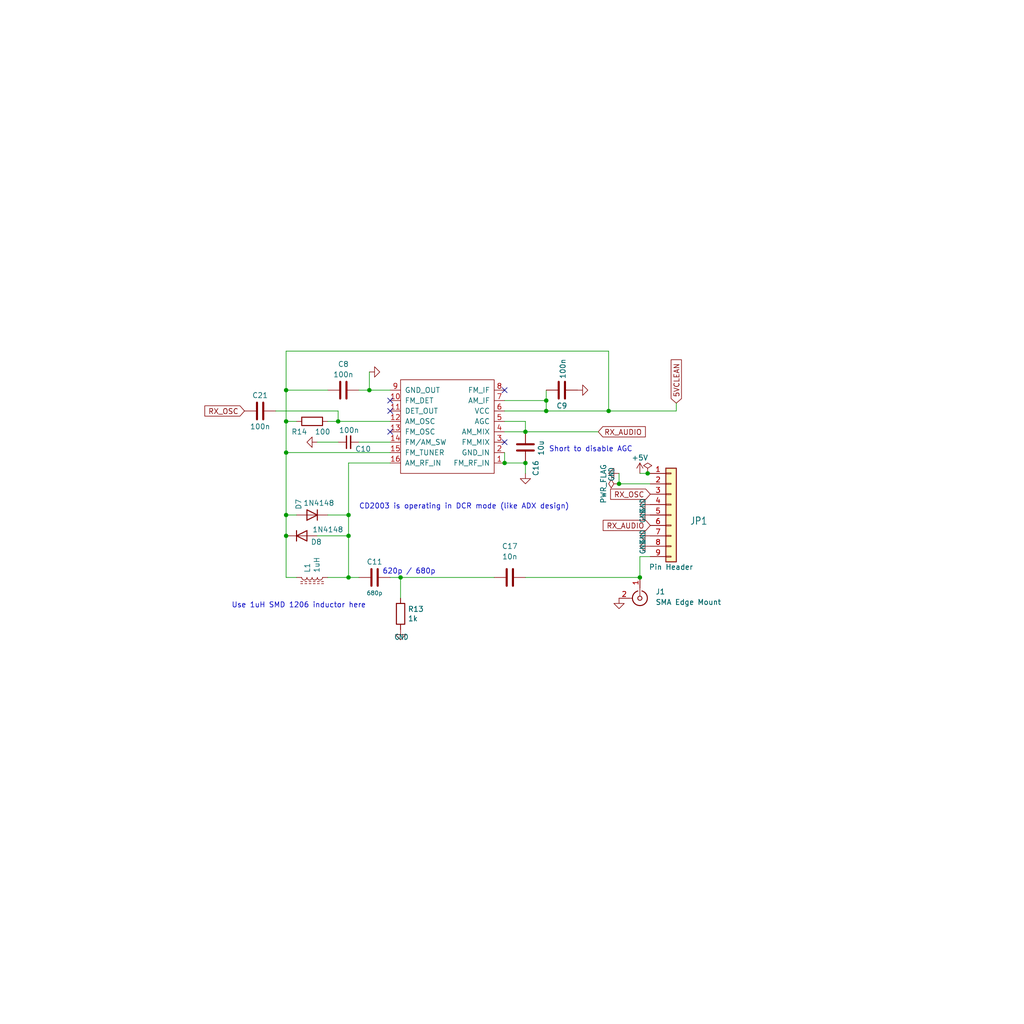
<source format=kicad_sch>
(kicad_sch (version 20230121) (generator eeschema)
  (paper "User" 250.012 250.012)
  (title_block (title "Breakout board (BoB) for CD2003 (DCR Mode)") (date "2023-11-07") (rev "v3") (company "Dhiru Kholia (VU3CER)") (comment 1 "Based on ADX and ADX-S designs"))
  (lib_symbols
    (symbol "Connector:Conn_Coaxial" (pin_names (offset 1.016) hide)
      (property "Reference" "J" (at 0.254 3.048 0))
      (property "Value" "Conn_Coaxial" (at 2.921 0 90))
      (symbol "Conn_Coaxial_0_1"
        (arc (start -1.778 -0.508) (mid 0.2311 -1.8066) (end 1.778 0) (stroke (width 0.254)))
        (polyline (pts (xy -2.54 0) (xy -0.508 0)))
        (polyline (pts (xy 0 -2.54) (xy 0 -1.778)))
        (circle (center 0 0) (radius 0.508) (stroke (width 0.2032)))
        (arc (start 1.778 0) (mid 0.2099 1.8101) (end -1.778 0.508) (stroke (width 0.254)))
      )
      (symbol "Conn_Coaxial_1_1"
        (pin passive line (at -5.08 0 0) (length 2.54) (name "In") (number "1"))
        (pin passive line (at 0 -5.08 90) (length 2.54) (name "Ext") (number "2"))
      )
    )
    (symbol "Connector_Generic:Conn_01x09" (pin_names (offset 1.016) hide)
      (property "Reference" "J" (at 0 12.7 0))
      (property "Value" "Conn_01x09" (at 0 -12.7 0))
      (symbol "Conn_01x09_1_1"
        (rectangle (start -1.27 -10.033) (end 0 -10.287) (stroke (width 0.1524)))
        (rectangle (start -1.27 -7.493) (end 0 -7.747) (stroke (width 0.1524)))
        (rectangle (start -1.27 -4.953) (end 0 -5.207) (stroke (width 0.1524)))
        (rectangle (start -1.27 -2.413) (end 0 -2.667) (stroke (width 0.1524)))
        (rectangle (start -1.27 0.127) (end 0 -0.127) (stroke (width 0.1524)))
        (rectangle (start -1.27 2.667) (end 0 2.413) (stroke (width 0.1524)))
        (rectangle (start -1.27 5.207) (end 0 4.953) (stroke (width 0.1524)))
        (rectangle (start -1.27 7.747) (end 0 7.493) (stroke (width 0.1524)))
        (rectangle (start -1.27 10.287) (end 0 10.033) (stroke (width 0.1524)))
        (rectangle (start -1.27 11.43) (end 1.27 -11.43) (stroke (width 0.254)) (fill (type background)))
        (pin passive line (at -5.08 10.16 0) (length 3.81) (name "Pin_1") (number "1"))
        (pin passive line (at -5.08 7.62 0) (length 3.81) (name "Pin_2") (number "2"))
        (pin passive line (at -5.08 5.08 0) (length 3.81) (name "Pin_3") (number "3"))
        (pin passive line (at -5.08 2.54 0) (length 3.81) (name "Pin_4") (number "4"))
        (pin passive line (at -5.08 0 0) (length 3.81) (name "Pin_5") (number "5"))
        (pin passive line (at -5.08 -2.54 0) (length 3.81) (name "Pin_6") (number "6"))
        (pin passive line (at -5.08 -5.08 0) (length 3.81) (name "Pin_7") (number "7"))
        (pin passive line (at -5.08 -7.62 0) (length 3.81) (name "Pin_8") (number "8"))
        (pin passive line (at -5.08 -10.16 0) (length 3.81) (name "Pin_9") (number "9"))
      )
    )
    (symbol "D_1" (pin_numbers hide) (pin_names (offset 1.016) hide)
      (property "Reference" "D" (at 0 2.54 0))
      (property "Value" "D" (at 0 -2.54 0))
      (symbol "D_1_0_1"
        (polyline (pts (xy -1.27 1.27) (xy -1.27 -1.27)) (stroke (width 0.254)))
        (polyline (pts (xy 1.27 0) (xy -1.27 0)))
        (polyline (pts (xy 1.27 1.27) (xy 1.27 -1.27) (xy -1.27 0) (xy 1.27 1.27)) (stroke (width 0.254)))
      )
      (symbol "D_1_1_1"
        (pin passive line (at -3.81 0 0) (length 2.54) (name "K") (number "1"))
        (pin passive line (at 3.81 0 180) (length 2.54) (name "A") (number "2"))
      )
    )
    (symbol "Device:C" (pin_numbers hide) (pin_names (offset 0.254))
      (property "Reference" "C" (at 0.635 2.54 0))
      (property "Value" "C" (at 0.635 -2.54 0))
      (symbol "C_0_1"
        (polyline (pts (xy -2.032 -0.762) (xy 2.032 -0.762)) (stroke (width 0.508)))
        (polyline (pts (xy -2.032 0.762) (xy 2.032 0.762)) (stroke (width 0.508)))
      )
      (symbol "C_1_1"
        (pin passive line (at 0 3.81 270) (length 2.794) (name "~") (number "1"))
        (pin passive line (at 0 -3.81 90) (length 2.794) (name "~") (number "2"))
      )
    )
    (symbol "Device:C_Small" (pin_numbers hide) (pin_names (offset 0.254) hide)
      (property "Reference" "C" (at 0.254 1.778 0))
      (property "Value" "C_Small" (at 0.254 -2.032 0))
      (symbol "C_Small_0_1"
        (polyline (pts (xy -1.524 -0.508) (xy 1.524 -0.508)) (stroke (width 0.3302)))
        (polyline (pts (xy -1.524 0.508) (xy 1.524 0.508)) (stroke (width 0.3048)))
      )
      (symbol "C_Small_1_1"
        (pin passive line (at 0 2.54 270) (length 2.032) (name "~") (number "1"))
        (pin passive line (at 0 -2.54 90) (length 2.032) (name "~") (number "2"))
      )
    )
    (symbol "Device:D" (pin_numbers hide) (pin_names (offset 1.016) hide)
      (property "Reference" "D" (at 0 2.54 0))
      (property "Value" "D" (at 0 -2.54 0))
      (symbol "D_0_1"
        (polyline (pts (xy -1.27 1.27) (xy -1.27 -1.27)) (stroke (width 0.254)))
        (polyline (pts (xy 1.27 0) (xy -1.27 0)))
        (polyline (pts (xy 1.27 1.27) (xy 1.27 -1.27) (xy -1.27 0) (xy 1.27 1.27)) (stroke (width 0.254)))
      )
      (symbol "D_1_1"
        (pin passive line (at -3.81 0 0) (length 2.54) (name "K") (number "1"))
        (pin passive line (at 3.81 0 180) (length 2.54) (name "A") (number "2"))
      )
    )
    (symbol "Device:L_Ferrite" (pin_numbers hide) (pin_names (offset 1.016) hide)
      (property "Reference" "L" (at -1.27 0 90))
      (property "Value" "L_Ferrite" (at 2.794 0 90))
      (symbol "L_Ferrite_0_1"
        (arc (start 0 -2.54) (mid 0.6323 -1.905) (end 0 -1.27))
        (arc (start 0 -1.27) (mid 0.6323 -0.635) (end 0 0))
        (polyline (pts (xy 1.016 -2.794) (xy 1.016 -2.286)))
        (polyline (pts (xy 1.016 -1.778) (xy 1.016 -1.27)))
        (polyline (pts (xy 1.016 -0.762) (xy 1.016 -0.254)))
        (polyline (pts (xy 1.016 0.254) (xy 1.016 0.762)))
        (polyline (pts (xy 1.016 1.27) (xy 1.016 1.778)))
        (polyline (pts (xy 1.016 2.286) (xy 1.016 2.794)))
        (polyline (pts (xy 1.524 -2.286) (xy 1.524 -2.794)))
        (polyline (pts (xy 1.524 -1.27) (xy 1.524 -1.778)))
        (polyline (pts (xy 1.524 -0.254) (xy 1.524 -0.762)))
        (polyline (pts (xy 1.524 0.762) (xy 1.524 0.254)))
        (polyline (pts (xy 1.524 1.778) (xy 1.524 1.27)))
        (polyline (pts (xy 1.524 2.794) (xy 1.524 2.286)))
        (arc (start 0 0) (mid 0.6323 0.635) (end 0 1.27))
        (arc (start 0 1.27) (mid 0.6323 1.905) (end 0 2.54))
      )
      (symbol "L_Ferrite_1_1"
        (pin passive line (at 0 3.81 270) (length 1.27) (name "1") (number "1"))
        (pin passive line (at 0 -3.81 90) (length 1.27) (name "2") (number "2"))
      )
    )
    (symbol "Device:R" (pin_numbers hide) (pin_names (offset 0))
      (property "Reference" "R" (at 2.032 0 90))
      (property "Value" "R" (at 0 0 90))
      (symbol "R_0_1"
        (rectangle (start -1.016 -2.54) (end 1.016 2.54) (stroke (width 0.254)))
      )
      (symbol "R_1_1"
        (pin passive line (at 0 3.81 270) (length 1.27) (name "~") (number "1"))
        (pin passive line (at 0 -3.81 90) (length 1.27) (name "~") (number "2"))
      )
    )
    (symbol "cd2003gb_gp_fixed:CD2003GB_GP_Fixed" (pin_names (offset 1.016))
      (symbol "CD2003GB_GP_Fixed_0_1"
        (rectangle (start -11.43 17.78) (end 11.43 -5.08))
      )
      (symbol "CD2003GB_GP_Fixed_1_1"
        (pin input line (at -8.89 -7.62 90) (length 2.54) (name "FM_RF_IN") (number "1"))
        (pin input line (at 6.35 20.32 270) (length 2.54) (name "FM_DET") (number "10"))
        (pin input line (at 3.81 20.32 270) (length 2.54) (name "DET_OUT") (number "11"))
        (pin input line (at 1.27 20.32 270) (length 2.54) (name "AM_OSC") (number "12"))
        (pin input line (at -1.27 20.32 270) (length 2.54) (name "FM_OSC") (number "13"))
        (pin input line (at -3.81 20.32 270) (length 2.54) (name "FM/AM_SW") (number "14"))
        (pin input line (at -6.35 20.32 270) (length 2.54) (name "FM_TUNER") (number "15"))
        (pin input line (at -8.89 20.32 270) (length 2.54) (name "AM_RF_IN") (number "16"))
        (pin input line (at -6.35 -7.62 90) (length 2.54) (name "GND_IN") (number "2"))
        (pin input line (at -3.81 -7.62 90) (length 2.54) (name "FM_MIX") (number "3"))
        (pin input line (at -1.27 -7.62 90) (length 2.54) (name "AM_MIX") (number "4"))
        (pin passive line (at 1.27 -7.62 90) (length 2.54) (name "AGC") (number "5"))
        (pin input line (at 3.81 -7.62 90) (length 2.54) (name "VCC") (number "6"))
        (pin input line (at 6.35 -7.62 90) (length 2.54) (name "AM_IF") (number "7"))
        (pin input line (at 8.89 -7.62 90) (length 2.54) (name "FM_IF") (number "8"))
        (pin input line (at 8.89 20.32 270) (length 2.54) (name "GND_OUT") (number "9"))
      )
    )
    (symbol "power:+5V" (power) (pin_names (offset 0))
      (property "Value" "+5V" (at 0 3.556 0))
      (symbol "+5V_0_1"
        (polyline (pts (xy -0.762 1.27) (xy 0 2.54)))
        (polyline (pts (xy 0 0) (xy 0 2.54)))
        (polyline (pts (xy 0 2.54) (xy 0.762 1.27)))
      )
      (symbol "+5V_1_1"
        (pin power_in line (at 0 0 90) (length 0) hide (name "+5V") (number "1"))
      )
    )
    (symbol "power:GND" (power) (pin_names (offset 0))
      (property "Value" "GND" (at 0 -3.81 0))
      (symbol "GND_0_1"
        (polyline (pts (xy 0 0) (xy 0 -1.27) (xy 1.27 -1.27) (xy 0 -2.54) (xy -1.27 -1.27) (xy 0 -1.27)))
      )
      (symbol "GND_1_1"
        (pin power_in line (at 0 0 270) (length 0) hide (name "GND") (number "1"))
      )
    )
    (symbol "power:PWR_FLAG" (power) (pin_numbers hide) (pin_names (offset 0) hide)
      (property "Value" "PWR_FLAG" (at 0 3.81 0))
      (symbol "PWR_FLAG_0_0"
        (pin power_out line (at 0 0 90) (length 0) (name "pwr") (number "1"))
      )
      (symbol "PWR_FLAG_0_1"
        (polyline (pts (xy 0 0) (xy 0 1.27) (xy -1.016 1.905) (xy 0 2.54) (xy 1.016 1.905) (xy 0 1.27)))
      )
    )
  )
  (junction (at 156.21 140.97))
  (junction (at 85.09 130.81))
  (junction (at 151.13 118.11))
  (junction (at 85.09 140.97))
  (junction (at 123.19 113.03))
  (junction (at 85.09 125.73))
  (junction (at 128.27 105.41))
  (junction (at 82.55 102.87))
  (junction (at 133.35 97.79))
  (junction (at 69.85 130.81))
  (junction (at 90.17 95.25))
  (junction (at 128.27 113.03))
  (junction (at 133.35 100.33))
  (junction (at 148.59 100.33))
  (junction (at 158.115 115.57))
  (junction (at 69.85 110.49))
  (junction (at 69.85 95.25))
  (junction (at 69.85 102.87))
  (junction (at 97.79 140.97))
  (junction (at 69.85 125.73))
  (no_connect (at 95.25 105.41))
  (no_connect (at 123.19 107.95))
  (no_connect (at 95.25 100.33))
  (no_connect (at 95.25 97.79))
  (no_connect (at 123.19 95.25))
  (wire (pts (xy 156.21 140.97) (xy 156.21 135.89)))
  (wire (pts (xy 148.59 85.725) (xy 148.59 100.33)))
  (wire (pts (xy 85.09 140.97) (xy 87.63 140.97)))
  (wire (pts (xy 87.63 95.25) (xy 90.17 95.25)))
  (wire (pts (xy 156.21 115.57) (xy 158.115 115.57)))
  (wire (pts (xy 95.25 140.97) (xy 97.79 140.97)))
  (wire (pts (xy 80.01 125.73) (xy 85.09 125.73)))
  (wire (pts (xy 97.79 146.05) (xy 97.79 140.97)))
  (wire (pts (xy 128.27 113.03) (xy 128.27 115.57)))
  (wire (pts (xy 148.59 100.33) (xy 165.1 100.33)))
  (wire (pts (xy 69.85 85.725) (xy 148.59 85.725)))
  (wire (pts (xy 72.39 125.73) (xy 69.85 125.73)))
  (wire (pts (xy 156.21 135.89) (xy 158.75 135.89)))
  (wire (pts (xy 90.17 95.25) (xy 90.17 90.805)))
  (wire (pts (xy 69.85 140.97) (xy 72.39 140.97)))
  (wire (pts (xy 128.27 140.97) (xy 156.21 140.97)))
  (wire (pts (xy 69.85 95.25) (xy 80.01 95.25)))
  (wire (pts (xy 95.25 95.25) (xy 90.17 95.25)))
  (wire (pts (xy 151.13 115.57) (xy 151.13 118.11)))
  (wire (pts (xy 133.35 95.25) (xy 133.35 97.79)))
  (wire (pts (xy 87.63 107.95) (xy 95.25 107.95)))
  (wire (pts (xy 123.19 97.79) (xy 133.35 97.79)))
  (wire (pts (xy 85.09 130.81) (xy 85.09 125.73)))
  (wire (pts (xy 69.85 102.87) (xy 69.85 95.25)))
  (wire (pts (xy 133.35 97.79) (xy 133.35 100.33)))
  (wire (pts (xy 85.09 140.97) (xy 85.09 130.81)))
  (wire (pts (xy 69.85 110.49) (xy 69.85 102.87)))
  (wire (pts (xy 123.19 105.41) (xy 128.27 105.41)))
  (wire (pts (xy 85.09 113.03) (xy 95.25 113.03)))
  (wire (pts (xy 77.47 130.81) (xy 85.09 130.81)))
  (wire (pts (xy 77.47 107.95) (xy 82.55 107.95)))
  (wire (pts (xy 69.85 140.97) (xy 69.85 130.81)))
  (wire (pts (xy 69.85 125.73) (xy 69.85 130.81)))
  (wire (pts (xy 69.85 110.49) (xy 95.25 110.49)))
  (wire (pts (xy 128.27 105.41) (xy 146.05 105.41)))
  (wire (pts (xy 123.19 113.03) (xy 128.27 113.03)))
  (wire (pts (xy 151.13 118.11) (xy 158.75 118.11)))
  (wire (pts (xy 69.85 95.25) (xy 69.85 85.725)))
  (wire (pts (xy 82.55 102.87) (xy 95.25 102.87)))
  (wire (pts (xy 123.19 100.33) (xy 133.35 100.33)))
  (wire (pts (xy 85.09 113.03) (xy 85.09 125.73)))
  (wire (pts (xy 72.39 102.87) (xy 69.85 102.87)))
  (wire (pts (xy 69.85 110.49) (xy 69.85 125.73)))
  (wire (pts (xy 80.01 140.97) (xy 85.09 140.97)))
  (wire (pts (xy 133.35 100.33) (xy 148.59 100.33)))
  (wire (pts (xy 67.31 100.33) (xy 82.55 100.33)))
  (wire (pts (xy 128.27 102.87) (xy 128.27 105.41)))
  (wire (pts (xy 158.115 115.57) (xy 158.75 115.57)))
  (wire (pts (xy 80.01 102.87) (xy 82.55 102.87)))
  (wire (pts (xy 165.1 98.425) (xy 165.1 100.33)))
  (wire (pts (xy 82.55 100.33) (xy 82.55 102.87)))
  (wire (pts (xy 123.19 110.49) (xy 123.19 113.03)))
  (wire (pts (xy 123.19 102.87) (xy 128.27 102.87)))
  (wire (pts (xy 97.79 140.97) (xy 120.65 140.97)))
  (text "Use 1uH SMD 1206 inductor here" (at 56.515 148.59 0) (effects (font (size 1.27 1.27)) (justify left bottom)))
  (text "Short to disable AGC" (at 133.985 110.49 0) (effects (font (size 1.27 1.27)) (justify left bottom)))
  (text "620p / 680p" (at 93.345 140.335 0) (effects (font (size 1.27 1.27)) (justify left bottom)))
  (text "CD2003 is operating in DCR mode (like ADX design)" (at 87.63 124.46 0) (effects (font (size 1.27 1.27)) (justify left bottom)))
  (global_label "RX_AUDIO" (shape input) (at 158.75 128.27 180) (property "Intersheetrefs" "${INTERSHEET_REFS}" (effects hide)))
  (global_label "RX_OSC" (shape input) (at 59.69 100.33 180) (property "Intersheetrefs" "${INTERSHEET_REFS}" (effects hide)))
  (global_label "RX_AUDIO" (shape input) (at 146.05 105.41 0) (property "Intersheetrefs" "${INTERSHEET_REFS}" (effects hide)))
  (global_label "5VCLEAN" (shape input) (at 165.1 98.425 90) (property "Intersheetrefs" "${INTERSHEET_REFS}" (effects hide)))
  (global_label "RX_OSC" (shape input) (at 158.75 120.65 180) (property "Intersheetrefs" "${INTERSHEET_REFS}" (effects hide)))
  (symbol (lib_id "power:+5V") (at 156.21 115.57 0) (unit 1)
    (property "Reference" "#PWR0107" (effects hide))
    (property "Value" "+5V" (at 156.21 111.76 0))
  )
  (symbol (lib_id "Device:L_Ferrite") (at 76.2 140.97 270) (unit 1)
    (property "Reference" "L1" (at 75.0316 139.8524 0) (effects (justify right)))
    (property "Value" "1uH" (at 77.343 139.8524 0) (effects (justify right)))
    (property "Footprint" "Inductor_SMD:L_1206_3216Metric_Pad1.22x1.90mm_HandSolder" (effects hide))
  )
  (symbol (lib_id "Device:C") (at 128.27 109.22 0) (unit 1)
    (property "Reference" "C16" (at 130.81 114.3 90))
    (property "Value" " 10u" (at 132.08 109.855 90))
    (property "Footprint" "Capacitor_SMD:C_1206_3216Metric_Pad1.33x1.80mm_HandSolder" (effects hide))
  )
  (symbol (lib_id "Device:C") (at 137.16 95.25 90) (unit 1)
    (property "Reference" "C9" (at 137.16 99.06 90))
    (property "Value" "100n" (at 137.414 90.043 0))
    (property "Footprint" "Capacitor_SMD:C_1206_3216Metric_Pad1.33x1.80mm_HandSolder" (effects hide))
  )
  (symbol (lib_id "cd2003gb_gp_fixed:CD2003GB_GP_Fixed") (at 115.57 104.14 90) (unit 1)
    (property "Reference" "U1" (effects hide))
    (property "Value" "CD2003GB_GP" (effects hide))
    (property "Footprint" "Package_DIP:DIP-16_W7.62mm_Socket" (effects hide))
  )
  (symbol (lib_id "Device:C") (at 63.5 100.33 270) (unit 1)
    (property "Reference" "C21" (at 63.5 96.52 90))
    (property "Value" "100n" (at 63.5 104.14 90))
    (property "Footprint" "Capacitor_SMD:C_1206_3216Metric_Pad1.33x1.80mm_HandSolder" (effects hide))
  )
  (symbol (lib_id "Device:C_Small") (at 85.09 107.95 90) (unit 1)
    (property "Reference" "C10" (at 88.646 109.601 90))
    (property "Value" "100n" (at 85.217 105.029 90))
    (property "Footprint" "Capacitor_SMD:C_1206_3216Metric_Pad1.33x1.80mm_HandSolder" (effects hide))
  )
  (symbol (lib_id "power:PWR_FLAG") (at 151.13 118.11 90) (unit 1)
    (property "Reference" "#FLG01" (effects hide))
    (property "Value" "PWR_FLAG" (at 147.32 118.11 0))
  )
  (symbol (lib_id "power:GND") (at 90.17 90.805 90) (unit 1)
    (property "Reference" "#PWR0132" (effects hide))
    (property "Value" "GNDPWR" (effects hide))
  )
  (symbol (lib_id "power:GND") (at 151.13 115.57 270) (unit 1)
    (property "Reference" "#U$0101" (effects hide))
    (property "Value" "~" (at 148.59 114.046 0) (effects (font (size 1.27 1.0795)) (justify left bottom)))
    (property "Footprint" "Adafruit Si5351A:" (effects hide))
  )
  (symbol (lib_id "Device:D") (at 73.66 130.81 0) (unit 1)
    (property "Reference" "D8" (at 77.216 132.3086 0))
    (property "Value" "1N4148" (at 80.0354 129.286 0))
    (property "Footprint" "Diode_THT:D_DO-35_SOD27_P2.54mm_Vertical_KathodeUp" (effects hide))
    (property "Sim.Device" "D" (effects hide))
    (property "Sim.Pins" "1=K 2=A" (effects hide))
  )
  (symbol (lib_id "power:GND") (at 158.75 123.19 270) (unit 1)
    (property "Reference" "#U$04" (effects hide))
    (property "Value" "~" (at 156.21 121.666 0) (effects (font (size 1.27 1.0795)) (justify left bottom)))
    (property "Footprint" "Adafruit Si5351A:" (effects hide))
  )
  (symbol (lib_id "power:GND") (at 158.75 130.81 270) (unit 1)
    (property "Reference" "#U$02" (effects hide))
    (property "Value" "~" (at 156.21 129.286 0) (effects (font (size 1.27 1.0795)) (justify left bottom)))
    (property "Footprint" "Adafruit Si5351A:" (effects hide))
  )
  (symbol (lib_id "Device:C") (at 83.82 95.25 90) (mirror x) (unit 1)
    (property "Reference" "C8" (at 83.82 88.9 90))
    (property "Value" "100n" (at 83.82 91.44 90))
    (property "Footprint" "Capacitor_SMD:C_1206_3216Metric_Pad1.33x1.80mm_HandSolder" (effects hide))
  )
  (symbol (lib_id "power:GND") (at 158.75 125.73 270) (unit 1)
    (property "Reference" "#U$01" (effects hide))
    (property "Value" "~" (at 156.21 124.206 0) (effects (font (size 1.27 1.0795)) (justify left bottom)))
    (property "Footprint" "Adafruit Si5351A:" (effects hide))
  )
  (symbol (lib_id "power:GND") (at 128.27 115.57 0) (unit 1)
    (property "Reference" "#PWR02" (effects hide))
    (property "Value" "GNDPWR" (effects hide))
  )
  (symbol (lib_id "power:GND") (at 158.75 133.35 270) (unit 1)
    (property "Reference" "#U$03" (effects hide))
    (property "Value" "~" (at 156.21 131.826 0) (effects (font (size 1.27 1.0795)) (justify left bottom)))
    (property "Footprint" "Adafruit Si5351A:" (effects hide))
  )
  (symbol (lib_id "power:GND") (at 77.47 107.95 270) (unit 1)
    (property "Reference" "#PWR0131" (effects hide))
    (property "Value" "GNDPWR" (effects hide))
  )
  (symbol (lib_id "Device:R") (at 97.79 149.86 0) (unit 1)
    (property "Reference" "R13" (at 99.568 148.6916 0) (effects (justify left)))
    (property "Value" "1k" (at 99.568 151.003 0) (effects (justify left)))
    (property "Footprint" "Resistor_SMD:R_1206_3216Metric_Pad1.30x1.75mm_HandSolder" (effects hide))
  )
  (symbol (lib_id "Device:C") (at 124.46 140.97 90) (unit 1)
    (property "Reference" "C17" (at 124.46 133.35 90))
    (property "Value" "10n" (at 124.46 135.89 90))
    (property "Footprint" "Capacitor_SMD:C_1206_3216Metric_Pad1.33x1.80mm_HandSolder" (effects hide))
  )
  (symbol (lib_id "power:GND") (at 97.79 153.67 0) (unit 1)
    (property "Reference" "#U$0102" (effects hide))
    (property "Value" "~" (at 96.266 156.21 0) (effects (font (size 1.27 1.0795)) (justify left bottom)))
    (property "Footprint" "Adafruit Si5351A:" (effects hide))
  )
  (symbol (lib_id "Connector:Conn_Coaxial") (at 156.21 146.05 270) (unit 1)
    (property "Reference" "J1" (at 160.02 144.4625 90) (effects (justify left)))
    (property "Value" "SMA Edge Mount" (at 160.02 147.0025 90) (effects (justify left)))
    (property "Footprint" "Connector_Coaxial:SMA_Samtec_SMA-J-P-X-ST-EM1_EdgeMount" (effects hide))
    (property "Datasheet" " ~" (effects hide))
  )
  (symbol (lib_id "Device:R") (at 76.2 102.87 270) (unit 1)
    (property "Reference" "R14" (at 71.12 105.41 90) (effects (justify left)))
    (property "Value" "100" (at 76.835 105.41 90) (effects (justify left)))
    (property "Footprint" "Resistor_SMD:R_1206_3216Metric_Pad1.30x1.75mm_HandSolder" (effects hide))
  )
  (symbol (lib_id "Device:C") (at 91.44 140.97 270) (unit 1)
    (property "Reference" "C11" (at 91.44 137.16 90))
    (property "Value" "680p" (at 91.44 144.78 90) (effects (font (size 1 1))))
    (property "Footprint" "Capacitor_SMD:C_1206_3216Metric_Pad1.33x1.80mm_HandSolder" (effects hide))
  )
  (symbol (lib_name "D_1") (lib_id "Device:D") (at 76.2 125.73 180) (unit 1)
    (property "Reference" "D7" (at 72.898 124.46 90) (effects (justify right)))
    (property "Value" "1N4148" (at 74.041 122.809 0) (effects (justify right)))
    (property "Footprint" "Diode_THT:D_DO-35_SOD27_P2.54mm_Vertical_KathodeUp" (effects hide))
    (property "Sim.Device" "D" (effects hide))
    (property "Sim.Pins" "1=K 2=A" (effects hide))
  )
  (symbol (lib_id "power:PWR_FLAG") (at 158.115 115.57 0) (unit 1)
    (property "Reference" "#FLG02" (effects hide))
    (property "Value" "PWR_FLAG" (effects hide))
  )
  (symbol (lib_id "Connector_Generic:Conn_01x09") (at 163.83 125.73 0) (unit 1)
    (property "Reference" "JP1" (at 168.402 128.143 0) (effects (font (size 1.778 1.5113)) (justify left bottom)))
    (property "Value" "Pin Header" (at 163.83 138.43 0))
    (property "Footprint" "footprints:PinSocket_1x09_P2.54mm_Vertical_Custom" (effects hide))
  )
  (symbol (lib_id "power:GND") (at 140.97 95.25 90) (unit 1)
    (property "Reference" "#PWR05" (effects hide))
    (property "Value" "GNDPWR" (effects hide))
  )
  (symbol (lib_id "power:GND") (at 151.13 146.05 0) (unit 1)
    (property "Reference" "#PWR014" (effects hide))
    (property "Value" "GNDPWR" (effects hide))
  )
)
</source>
